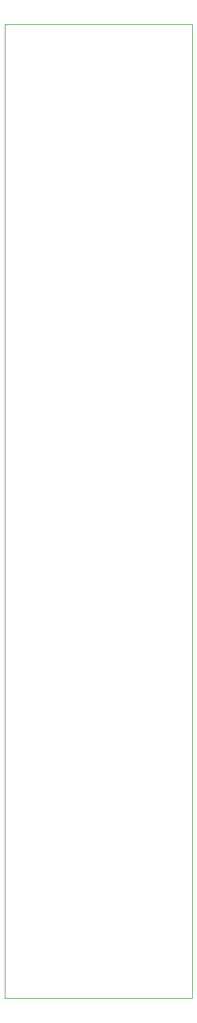
<source format=gbr>
%FSLAX34Y34*%
%MOMM*%
%LNOUTLINE*%
G71*
G01*
%ADD10C, 0.10*%
%LPD*%
G54D10*
X-280988Y-377825D02*
X-20638Y-377825D01*
X-20638Y977900D01*
X-280988Y977900D01*
X-280988Y-377825D01*
M02*

</source>
